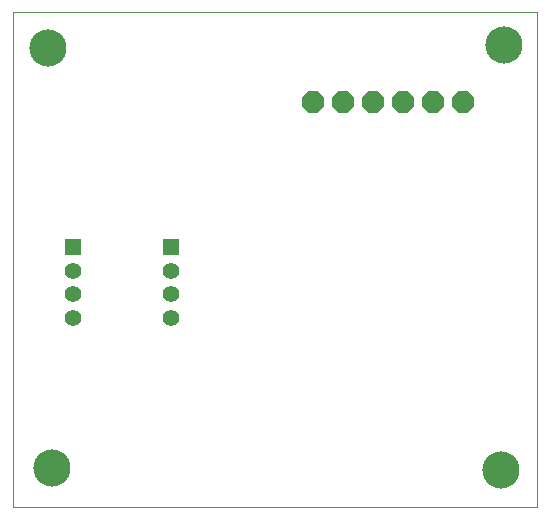
<source format=gbs>
G75*
%MOIN*%
%OFA0B0*%
%FSLAX25Y25*%
%IPPOS*%
%LPD*%
%AMOC8*
5,1,8,0,0,1.08239X$1,22.5*
%
%ADD10C,0.00100*%
%ADD11OC8,0.07400*%
%ADD12R,0.05550X0.05550*%
%ADD13C,0.05550*%
%ADD14C,0.12400*%
D10*
X0001500Y0003000D02*
X0176000Y0003000D01*
X0176000Y0168000D01*
X0001500Y0168000D01*
X0001500Y0003000D01*
D11*
X0101500Y0138000D03*
X0111500Y0138000D03*
X0121500Y0138000D03*
X0131500Y0138000D03*
X0141500Y0138000D03*
X0151500Y0138000D03*
D12*
X0054000Y0089811D03*
X0021500Y0089811D03*
D13*
X0021500Y0081937D03*
X0021500Y0074063D03*
X0021500Y0066189D03*
X0054000Y0066189D03*
X0054000Y0074063D03*
X0054000Y0081937D03*
D14*
X0014500Y0016000D03*
X0013000Y0156000D03*
X0165000Y0157000D03*
X0164000Y0015500D03*
M02*

</source>
